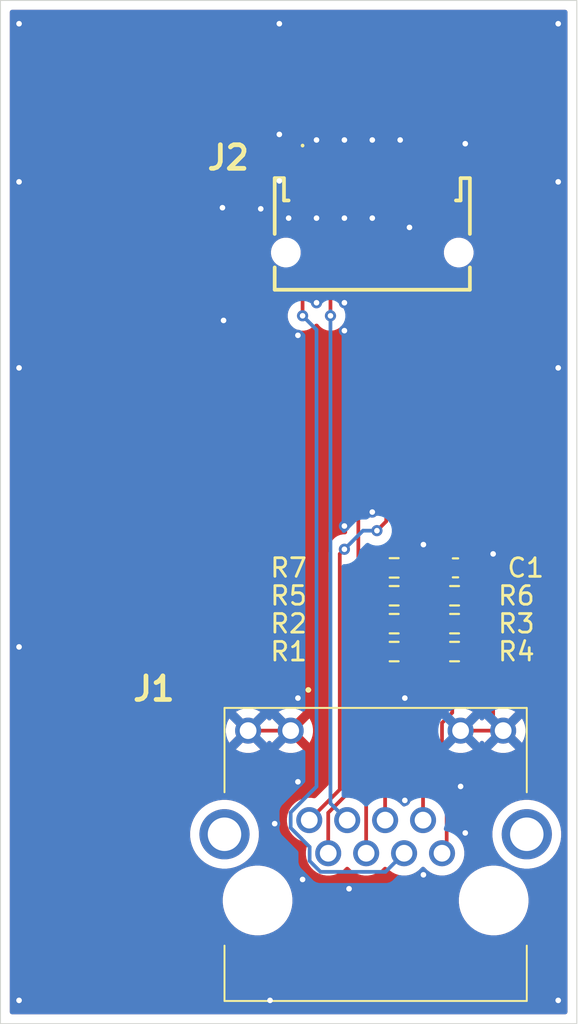
<source format=kicad_pcb>
(kicad_pcb (version 20241229) (generator "pcbnew") (generator_version "9.0")
  (layers (0 "F.Cu" signal) (2 "B.Cu" signal) (13 "F.Paste" user) (15 "B.Paste" user) (5 "F.SilkS" user "F.Silkscreen") (7 "B.SilkS" user "B.Silkscreen") (1 "F.Mask" user) (3 "B.Mask" user) (25 "Edge.Cuts" user))
  (net 0 "")
  (net 1 "Net-(C1-Pad1)")
  (net 2 "GND")
  (net 3 "Net-(J1-Pad3)")
  (net 5 "Net-(J1-Pad4)")
  (net 6 "Net-(J1-Pad8)")
  (net 7 "Net-(J1-Pad1)")
  (net 8 "Net-(J1-Pad7)")
  (net 10 "Net-(J1-Pad2)")
  (net 11 "Net-(J1-Pad6)")
  (net 12 "Net-(J1-Pad5)")
  (net 13 "/CMT")
  (net 14 "Net-(R1-Pad2)")
  (net 15 "Net-(R3-Pad2)")
  (footprint "Resistor_SMD:R_0603_1608Metric" (layer "F.Cu") (at 196.675 108.75 180)
    (property "Reference" "R2" (at 5.675 0 0) (layer "F.SilkS"))
    (property "Value" "51")
    (fp_line (start -0.237258 0.5225) (end 0.237258 0.5225) (stroke (width 0.12)) (layer "F.SilkS"))
    (fp_line (start -0.237258 -0.5225) (end 0.237258 -0.5225) (stroke (width 0.12)) (layer "F.SilkS"))
    (pad "1" smd roundrect (at -0.825 0 180) (size 0.8 0.95) (layers "F.Cu" "F.Mask" "F.Paste") (net 12 "Net-(J1-Pad5)"))
    (pad "2" smd roundrect (at 0.825 0 180) (size 0.8 0.95) (layers "F.Cu" "F.Mask" "F.Paste") (net 14 "Net-(R1-Pad2)"))
  )
  (footprint "Resistor_SMD:R_0603_1608Metric" (layer "F.Cu") (at 196.675 107.25)
    (property "Reference" "R5" (at -5.675 0 0) (layer "F.SilkS"))
    (property "Value" "51")
    (fp_line (start -0.237258 -0.5225) (end 0.237258 -0.5225) (stroke (width 0.12)) (layer "F.SilkS"))
    (fp_line (start -0.237258 0.5225) (end 0.237258 0.5225) (stroke (width 0.12)) (layer "F.SilkS"))
    (pad "1" smd roundrect (at -0.825 0) (size 0.8 0.95) (layers "F.Cu" "F.Mask" "F.Paste") (net 14 "Net-(R1-Pad2)"))
    (pad "2" smd roundrect (at 0.825 0) (size 0.8 0.95) (layers "F.Cu" "F.Mask" "F.Paste") (net 1 "Net-(C1-Pad1)"))
  )
  (footprint "Resistor_SMD:R_0603_1608Metric" (layer "F.Cu") (at 199.925 107.25 180)
    (property "Reference" "R6" (at -3.325 0 180) (layer "F.SilkS"))
    (property "Value" "51")
    (fp_line (start -0.237258 0.5225) (end 0.237258 0.5225) (stroke (width 0.12)) (layer "F.SilkS"))
    (fp_line (start -0.237258 -0.5225) (end 0.237258 -0.5225) (stroke (width 0.12)) (layer "F.SilkS"))
    (pad "1" smd roundrect (at -0.825 0 180) (size 0.8 0.95) (layers "F.Cu" "F.Mask" "F.Paste") (net 15 "Net-(R3-Pad2)"))
    (pad "2" smd roundrect (at 0.825 0 180) (size 0.8 0.95) (layers "F.Cu" "F.Mask" "F.Paste") (net 1 "Net-(C1-Pad1)"))
  )
  (footprint "Resistor_SMD:R_0603_1608Metric" (layer "F.Cu") (at 199.925 110.25)
    (property "Reference" "R3" (at 3.325 -1.5 0) (layer "F.SilkS"))
    (property "Value" "51")
    (fp_line (start -0.237258 -0.5225) (end 0.237258 -0.5225) (stroke (width 0.12)) (layer "F.SilkS"))
    (fp_line (start -0.237258 0.5225) (end 0.237258 0.5225) (stroke (width 0.12)) (layer "F.SilkS"))
    (pad "1" smd roundrect (at -0.825 0) (size 0.8 0.95) (layers "F.Cu" "F.Mask" "F.Paste") (net 8 "Net-(J1-Pad7)"))
    (pad "2" smd roundrect (at 0.825 0) (size 0.8 0.95) (layers "F.Cu" "F.Mask" "F.Paste") (net 15 "Net-(R3-Pad2)"))
  )
  (footprint "Resistor_SMD:R_0603_1608Metric" (layer "F.Cu") (at 196.675 110.25)
    (property "Reference" "R1" (at -5.675 0 0) (layer "F.SilkS"))
    (property "Value" "51")
    (fp_line (start -0.237258 -0.5225) (end 0.237258 -0.5225) (stroke (width 0.12)) (layer "F.SilkS"))
    (fp_line (start -0.237258 0.5225) (end 0.237258 0.5225) (stroke (width 0.12)) (layer "F.SilkS"))
    (pad "1" smd roundrect (at -0.825 0) (size 0.8 0.95) (layers "F.Cu" "F.Mask" "F.Paste") (net 5 "Net-(J1-Pad4)"))
    (pad "2" smd roundrect (at 0.825 0) (size 0.8 0.95) (layers "F.Cu" "F.Mask" "F.Paste") (net 14 "Net-(R1-Pad2)"))
  )
  (footprint "SamaSys_Parts:S6BZRSM2TFLFSN" (layer "F.Cu") (at 195.5 87.8 180)
    (property "Reference" "J2" (at 7.75 4.1 0) (layer "F.SilkS") (effects (font (size 1.27 1.27) (thickness 0.254))))
    (property "Value" "S6B-ZR-SM2-TF__LF__SN_" (hide yes))
    (fp_line (start 5.25 3) (end 5.25 0) (stroke (width 0.2)) (layer "F.SilkS"))
    (fp_line (start 5.25 -3) (end 5.25 -1.8) (stroke (width 0.2)) (layer "F.SilkS"))
    (fp_line (start 4.75 3) (end 5.25 3) (stroke (width 0.2)) (layer "F.SilkS"))
    (fp_line (start 4.75 1.8) (end 4.75 3) (stroke (width 0.2)) (layer "F.SilkS"))
    (fp_line (start 4.5 1.8) (end 4.75 1.8) (stroke (width 0.2)) (layer "F.SilkS"))
    (fp_line (start 3.75 4.8) (end 3.75 4.8) (stroke (width 0.1)) (layer "F.SilkS"))
    (fp_line (start 3.75 4.7) (end 3.75 4.7) (stroke (width 0.1)) (layer "F.SilkS"))
    (fp_line (start -4.5 1.8) (end -4.75 1.8) (stroke (width 0.2)) (layer "F.SilkS"))
    (fp_line (start -4.75 3) (end -5.25 3) (stroke (width 0.2)) (layer "F.SilkS"))
    (fp_line (start -4.75 1.8) (end -4.75 3) (stroke (width 0.2)) (layer "F.SilkS"))
    (fp_line (start -5.25 3) (end -5.25 0) (stroke (width 0.2)) (layer "F.SilkS"))
    (fp_line (start -5.25 -1.8) (end -5.25 -3) (stroke (width 0.2)) (layer "F.SilkS"))
    (fp_line (start -5.25 -3) (end 5.25 -3) (stroke (width 0.2)) (layer "F.SilkS"))
    (fp_arc (start 3.75 4.8) (mid 3.7 4.75) (end 3.75 4.7) (stroke (width 0.1)) (layer "F.SilkS"))
    (fp_arc (start 3.75 4.7) (mid 3.8 4.75) (end 3.75 4.8) (stroke (width 0.1)) (layer "F.SilkS"))
    (pad "" np_thru_hole circle (at -4.65 -1 180) (size 1.1 1.1) (drill 1.1) (layers "*.Cu" "*.Mask"))
    (pad "" np_thru_hole circle (at 4.65 -1 180) (size 1.1 1.1) (drill 1.1) (layers "*.Cu" "*.Mask"))
    (pad "1" smd rect (at 3.75 2.85 180) (size 0.7 2.7) (layers "F.Cu" "F.Mask" "F.Paste") (net 11 "Net-(J1-Pad6)"))
    (pad "2" smd rect (at 2.25 2.85 180) (size 0.7 2.7) (layers "F.Cu" "F.Mask" "F.Paste") (net 3 "Net-(J1-Pad3)"))
    (pad "3" smd rect (at 0.75 2.85 180) (size 0.7 2.7) (layers "F.Cu" "F.Mask" "F.Paste") (net 10 "Net-(J1-Pad2)"))
    (pad "4" smd rect (at -0.75 2.85 180) (size 0.7 2.7) (layers "F.Cu" "F.Mask" "F.Paste") (net 7 "Net-(J1-Pad1)"))
    (pad "5" smd rect (at -2.25 2.85 180) (size 0.7 2.7) (layers "F.Cu" "F.Mask" "F.Paste") (net 13 "/CMT"))
    (pad "6" smd rect (at -3.75 2.85 180) (size 0.7 2.7) (layers "F.Cu" "F.Mask" "F.Paste") (net 2 "GND"))
  )
  (footprint "Resistor_SMD:R_0603_1608Metric" (layer "F.Cu") (at 199.925 108.75)
    (property "Reference" "R4" (at 3.325 1.5 0) (layer "F.SilkS"))
    (property "Value" "51")
    (fp_line (start -0.237258 -0.5225) (end 0.237258 -0.5225) (stroke (width 0.12)) (layer "F.SilkS"))
    (fp_line (start -0.237258 0.5225) (end 0.237258 0.5225) (stroke (width 0.12)) (layer "F.SilkS"))
    (pad "1" smd roundrect (at -0.825 0) (size 0.8 0.95) (layers "F.Cu" "F.Mask" "F.Paste") (net 6 "Net-(J1-Pad8)"))
    (pad "2" smd roundrect (at 0.825 0) (size 0.8 0.95) (layers "F.Cu" "F.Mask" "F.Paste") (net 15 "Net-(R3-Pad2)"))
  )
  (footprint "SamaSys_Parts:RJ45B11" (layer "F.Cu") (at 192.11 119.31)
    (property "Reference" "J1" (at -8.36 -7.06 0) (layer "F.SilkS") (effects (font (size 1.27 1.27) (thickness 0.254))))
    (property "Value" "RJ45-B-1_1" (hide yes))
    (fp_line (start -4.56 -6.03) (end -4.56 -6.03) (stroke (width 0.1)) (layer "F.SilkS"))
    (fp_line (start -4.56 -6.03) (end -4.56 -6.03) (stroke (width 0.1)) (layer "F.SilkS"))
    (fp_line (start -4.56 -6.03) (end -4.56 -1.5) (stroke (width 0.1)) (layer "F.SilkS"))
    (fp_line (start -4.56 -6.03) (end 11.7 -6.03) (stroke (width 0.1)) (layer "F.SilkS"))
    (fp_line (start -4.56 -1.5) (end -4.56 -6.03) (stroke (width 0.1)) (layer "F.SilkS"))
    (fp_line (start -4.56 -1.5) (end -4.56 -1.5) (stroke (width 0.1)) (layer "F.SilkS"))
    (fp_line (start -4.56 6.75) (end -4.56 6.75) (stroke (width 0.1)) (layer "F.SilkS"))
    (fp_line (start -4.56 6.75) (end -4.56 9.72) (stroke (width 0.1)) (layer "F.SilkS"))
    (fp_line (start -4.56 9.72) (end -4.56 6.75) (stroke (width 0.1)) (layer "F.SilkS"))
    (fp_line (start -4.56 9.72) (end -4.56 9.72) (stroke (width 0.1)) (layer "F.SilkS"))
    (fp_line (start -4.56 9.72) (end -4.56 9.72) (stroke (width 0.1)) (layer "F.SilkS"))
    (fp_line (start -4.56 9.72) (end 11.7 9.72) (stroke (width 0.1)) (layer "F.SilkS"))
    (fp_line (start -0.1 -7) (end -0.1 -7) (stroke (width 0.2)) (layer "F.SilkS"))
    (fp_line (start -0.1 -7) (end -0.1 -7) (stroke (width 0.2)) (layer "F.SilkS"))
    (fp_line (start 0 -7) (end 0 -7) (stroke (width 0.2)) (layer "F.SilkS"))
    (fp_line (start 11.7 -6.03) (end -4.56 -6.03) (stroke (width 0.1)) (layer "F.SilkS"))
    (fp_line (start 11.7 -6.03) (end 11.7 -6.03) (stroke (width 0.1)) (layer "F.SilkS"))
    (fp_line (start 11.7 -6.03) (end 11.7 -6.03) (stroke (width 0.1)) (layer "F.SilkS"))
    (fp_line (start 11.7 -6.03) (end 11.7 -1.5) (stroke (width 0.1)) (layer "F.SilkS"))
    (fp_line (start 11.7 -1.5) (end 11.7 -6.03) (stroke (width 0.1)) (layer "F.SilkS"))
    (fp_line (start 11.7 -1.5) (end 11.7 -1.5) (stroke (width 0.1)) (layer "F.SilkS"))
    (fp_line (start 11.7 6.75) (end 11.7 6.75) (stroke (width 0.1)) (layer "F.SilkS"))
    (fp_line (start 11.7 6.75) (end 11.7 9.72) (stroke (width 0.1)) (layer "F.SilkS"))
    (fp_line (start 11.7 9.72) (end -4.56 9.72) (stroke (width 0.1)) (layer "F.SilkS"))
    (fp_line (start 11.7 9.72) (end 11.7 6.75) (stroke (width 0.1)) (layer "F.SilkS"))
    (fp_line (start 11.7 9.72) (end 11.7 9.72) (stroke (width 0.1)) (layer "F.SilkS"))
    (fp_line (start 11.7 9.72) (end 11.7 9.72) (stroke (width 0.1)) (layer "F.SilkS"))
    (fp_arc (start -0.1 -7) (mid -0.05 -7.05) (end 0 -7) (stroke (width 0.2)) (layer "F.SilkS"))
    (fp_arc (start 0 -7) (mid -0.05 -6.95) (end -0.1 -7) (stroke (width 0.2)) (layer "F.SilkS"))
    (fp_arc (start 0 -7) (mid -0.05 -6.95) (end -0.1 -7) (stroke (width 0.2)) (layer "F.SilkS"))
    (pad "" np_thru_hole circle (at -2.78 4.32) (size 3.25 3.25) (drill 3.25) (layers "*.Cu" "*.Mask"))
    (pad "" np_thru_hole circle (at 9.92 4.32) (size 3.25 3.25) (drill 3.25) (layers "*.Cu" "*.Mask"))
    (pad "1" thru_hole circle (at 0 0) (size 1.4 1.4) (drill 0.9) (layers "*.Cu" "*.Mask") (net 7 "Net-(J1-Pad1)"))
    (pad "2" thru_hole circle (at 1.02 1.78) (size 1.4 1.4) (drill 0.9) (layers "*.Cu" "*.Mask") (net 10 "Net-(J1-Pad2)"))
    (pad "3" thru_hole circle (at 2.04 0) (size 1.4 1.4) (drill 0.9) (layers "*.Cu" "*.Mask") (net 3 "Net-(J1-Pad3)"))
    (pad "4" thru_hole circle (at 3.06 1.78) (size 1.4 1.4) (drill 0.9) (layers "*.Cu" "*.Mask") (net 5 "Net-(J1-Pad4)"))
    (pad "5" thru_hole circle (at 4.08 0) (size 1.4 1.4) (drill 0.9) (layers "*.Cu" "*.Mask") (net 12 "Net-(J1-Pad5)"))
    (pad "6" thru_hole circle (at 5.1 1.78) (size 1.4 1.4) (drill 0.9) (layers "*.Cu" "*.Mask") (net 11 "Net-(J1-Pad6)"))
    (pad "7" thru_hole circle (at 6.12 0) (size 1.4 1.4) (drill 0.9) (layers "*.Cu" "*.Mask") (net 8 "Net-(J1-Pad7)"))
    (pad "8" thru_hole circle (at 7.14 1.78) (size 1.4 1.4) (drill 0.9) (layers "*.Cu" "*.Mask") (net 6 "Net-(J1-Pad8)"))
    (pad "9" thru_hole circle (at -3.29 -4.81) (size 1.4 1.4) (drill 0.9) (layers "*.Cu" "*.Mask") (net 2 "GND"))
    (pad "10" thru_hole circle (at -1 -4.81) (size 1.4 1.4) (drill 0.9) (layers "*.Cu" "*.Mask") (net 2 "GND"))
    (pad "11" thru_hole circle (at 8.14 -4.81) (size 1.4 1.4) (drill 0.9) (layers "*.Cu" "*.Mask") (net 2 "GND"))
    (pad "12" thru_hole circle (at 10.43 -4.81) (size 1.4 1.4) (drill 0.9) (layers "*.Cu" "*.Mask") (net 2 "GND"))
    (pad "MH1" thru_hole circle (at -4.56 0.76) (size 2.7 2.7) (drill 1.8) (layers "*.Cu" "*.Mask"))
    (pad "MH2" thru_hole circle (at 11.7 0.76) (size 2.7 2.7) (drill 1.8) (layers "*.Cu" "*.Mask"))
  )
  (footprint "Resistor_SMD:R_0603_1608Metric" (layer "F.Cu") (at 196.675 105.75 180)
    (property "Reference" "R7" (at 5.675 0 0) (layer "F.SilkS"))
    (property "Value" "75")
    (fp_line (start -0.237258 0.5225) (end 0.237258 0.5225) (stroke (width 0.12)) (layer "F.SilkS"))
    (fp_line (start -0.237258 -0.5225) (end 0.237258 -0.5225) (stroke (width 0.12)) (layer "F.SilkS"))
    (pad "1" smd roundrect (at -0.825 0 180) (size 0.8 0.95) (layers "F.Cu" "F.Mask" "F.Paste") (net 1 "Net-(C1-Pad1)"))
    (pad "2" smd roundrect (at 0.825 0 180) (size 0.8 0.95) (layers "F.Cu" "F.Mask" "F.Paste") (net 13 "/CMT"))
  )
  (footprint "Capacitor_SMD:C_0603_1608Metric" (layer "F.Cu") (at 199.975 105.75 180)
    (property "Reference" "C1" (at -3.775 0 0) (layer "F.SilkS"))
    (property "Value" "1000pF")
    (fp_line (start -0.14058 0.51) (end 0.14058 0.51) (stroke (width 0.12)) (layer "F.SilkS"))
    (fp_line (start -0.14058 -0.51) (end 0.14058 -0.51) (stroke (width 0.12)) (layer "F.SilkS"))
    (pad "1" smd roundrect (at -0.775 0 180) (size 0.9 0.95) (layers "F.Cu" "F.Mask" "F.Paste") (net 1 "Net-(C1-Pad1)"))
    (pad "2" smd roundrect (at 0.775 0 180) (size 0.9 0.95) (layers "F.Cu" "F.Mask" "F.Paste") (net 2 "GND"))
  )
  (gr_rect (start 175.5 75.25) (end 206.5 130.25) (stroke (width 0.05)) (fill no) (layer "Edge.Cuts"))
  (segment (start 200.75 105.75) (end 199.25 107.25) (width 0.2) (layer "F.Cu") (net 1))
  (segment (start 199.25 107.25) (end 199.1 107.25) (width 0.2) (layer "F.Cu") (net 1))
  (segment (start 197.5 105.75) (end 197.5 107.25) (width 0.2) (layer "F.Cu") (net 1))
  (segment (start 199.1 107.25) (end 197.5 107.25) (width 0.2) (layer "F.Cu") (net 1))
  (segment (start 188.82 114.5) (end 191.11 114.5) (width 0.2) (layer "F.Cu") (net 2))
  (segment (start 199.25 84.95) (end 199.25 83.95) (width 0.2) (layer "F.Cu") (net 2))
  (segment (start 201 104.75) (end 199.2 104.75) (width 0.2) (layer "F.Cu") (net 2))
  (segment (start 199.2 104.75) (end 199.2 105.75) (width 0.2) (layer "F.Cu") (net 2))
  (segment (start 202 113.96) (end 202 105.75) (width 0.2) (layer "F.Cu") (net 2))
  (segment (start 199.2 87.8) (end 199.2 104.75) (width 0.2) (layer "F.Cu") (net 2))
  (segment (start 200.25 114.5) (end 202.54 114.5) (width 0.2) (layer "F.Cu") (net 2))
  (segment (start 202.54 114.5) (end 202 113.96) (width 0.2) (layer "F.Cu") (net 2))
  (segment (start 199.25 85.2) (end 199.2 85.25) (width 0.2) (layer "F.Cu") (net 2))
  (segment (start 202 105.75) (end 201 104.75) (width 0.2) (layer "F.Cu") (net 2))
  (segment (start 199.25 84.95) (end 199.25 85.2) (width 0.2) (layer "F.Cu") (net 2))
  (via (at 190.5 84.95) (size 0.6) (drill 0.3) (layers "F.Cu" "B.Cu") (net 2))
  (via (at 191.5 117.25) (size 0.6) (drill 0.3) (layers "F.Cu" "B.Cu") (net 2))
  (via (at 194 103.5) (size 0.6) (drill 0.3) (layers "F.Cu" "B.Cu") (net 2))
  (via (at 194 86.95) (size 0.6) (drill 0.3) (layers "F.Cu" "B.Cu") (net 2))
  (via (at 176.5 95) (size 0.6) (drill 0.3) (layers "F.Cu" "B.Cu") (net 2))
  (via (at 194 93) (size 0.6) (drill 0.3) (layers "F.Cu" "B.Cu") (net 2))
  (via (at 187.44045 86.39045) (size 0.6) (drill 0.3) (layers "F.Cu" "B.Cu") (net 2))
  (via (at 176.5 85) (size 0.6) (drill 0.3) (layers "F.Cu" "B.Cu") (net 2))
  (via (at 191 86.95) (size 0.6) (drill 0.3) (layers "F.Cu" "B.Cu") (net 2))
  (via (at 205.5 76.5) (size 0.6) (drill 0.3) (layers "F.Cu" "B.Cu") (net 2))
  (via (at 190 129) (size 0.6) (drill 0.3) (layers "F.Cu" "B.Cu") (net 2))
  (via (at 192.5 91.5) (size 0.6) (drill 0.3) (layers "F.Cu" "B.Cu") (net 2))
  (via (at 197 82.75) (size 0.6) (drill 0.3) (layers "F.Cu" "B.Cu") (net 2))
  (via (at 189.5 86.45) (size 0.6) (drill 0.3) (layers "F.Cu" "B.Cu") (net 2))
  (via (at 205.5 129) (size 0.6) (drill 0.3) (layers "F.Cu" "B.Cu") (net 2))
  (via (at 202 105) (size 0.6) (drill 0.3) (layers "F.Cu" "B.Cu") (net 2))
  (via (at 190.25 119.5) (size 0.6) (drill 0.3) (layers "F.Cu" "B.Cu") (net 2))
  (via (at 187.5 92.45) (size 0.6) (drill 0.3) (layers "F.Cu" "B.Cu") (net 2))
  (via (at 197.25 118.25) (size 0.6) (drill 0.3) (layers "F.Cu" "B.Cu") (net 2))
  (via (at 194 91.5) (size 0.6) (drill 0.3) (layers "F.Cu" "B.Cu") (net 2))
  (via (at 194.25 123) (size 0.6) (drill 0.3) (layers "F.Cu" "B.Cu") (net 2))
  (via (at 197.5 87.45) (size 0.6) (drill 0.3) (layers "F.Cu" "B.Cu") (net 2))
  (via (at 200.5 120) (size 0.6) (drill 0.3) (layers "F.Cu" "B.Cu") (net 2))
  (via (at 195.5 86.95) (size 0.6) (drill 0.3) (layers "F.Cu" "B.Cu") (net 2))
  (via (at 195.5 82.75) (size 0.6) (drill 0.3) (layers "F.Cu" "B.Cu") (net 2))
  (via (at 176.5 110) (size 0.6) (drill 0.3) (layers "F.Cu" "B.Cu") (net 2))
  (via (at 194 82.75) (size 0.6) (drill 0.3) (layers "F.Cu" "B.Cu") (net 2))
  (via (at 200.5 82.95) (size 0.6) (drill 0.3) (layers "F.Cu" "B.Cu") (net 2))
  (via (at 190.5 76.5) (size 0.6) (drill 0.3) (layers "F.Cu" "B.Cu") (net 2))
  (via (at 190.5 82.45) (size 0.6) (drill 0.3) (layers "F.Cu" "B.Cu") (net 2))
  (via (at 191.5 93.25) (size 0.6) (drill 0.3) (layers "F.Cu" "B.Cu") (net 2))
  (via (at 176.5 76.5) (size 0.6) (drill 0.3) (layers "F.Cu" "B.Cu") (net 2))
  (via (at 176.5 129) (size 0.6) (drill 0.3) (layers "F.Cu" "B.Cu") (net 2))
  (via (at 198.25 122.25) (size 0.6) (drill 0.3) (layers "F.Cu" "B.Cu") (net 2))
  (via (at 195.5 102.75) (size 0.6) (drill 0.3) (layers "F.Cu" "B.Cu") (net 2))
  (via (at 205.5 85) (size 0.6) (drill 0.3) (layers "F.Cu" "B.Cu") (net 2))
  (via (at 191.5 112.75) (size 0.6) (drill 0.3) (layers "F.Cu" "B.Cu") (net 2))
  (via (at 191.75 122.5) (size 0.6) (drill 0.3) (layers "F.Cu" "B.Cu") (net 2))
  (via (at 200.25 117.5) (size 0.6) (drill 0.3) (layers "F.Cu" "B.Cu") (net 2))
  (via (at 198.25 104.5) (size 0.6) (drill 0.3) (layers "F.Cu" "B.Cu") (net 2))
  (via (at 192.5 86.95) (size 0.6) (drill 0.3) (layers "F.Cu" "B.Cu") (net 2))
  (via (at 197.25 112.75) (size 0.6) (drill 0.3) (layers "F.Cu" "B.Cu") (net 2))
  (via (at 192.5 82.75) (size 0.6) (drill 0.3) (layers "F.Cu" "B.Cu") (net 2))
  (via (at 205.5 95) (size 0.6) (drill 0.3) (layers "F.Cu" "B.Cu") (net 2))
  (segment (start 193.25 84.95) (end 193.25 91.95) (width 0.2) (layer "F.Cu") (net 3))
  (via (at 193.25 92.2) (size 0.6) (drill 0.3) (layers "F.Cu" "B.Cu") (net 3))
  (segment (start 193.25 92.2) (end 193.25 91.95) (width 0.2) (layer "B.Cu") (net 3))
  (segment (start 193.25 92.2) (end 193.25 118.41) (width 0.2) (layer "B.Cu") (net 3))
  (segment (start 193.25 118.41) (end 194.15 119.31) (width 0.2) (layer "B.Cu") (net 3))
  (segment (start 195.85 110.25) (end 195.17 110.93) (width 0.2) (layer "F.Cu") (net 5))
  (segment (start 195.17 110.93) (end 195.17 121.09) (width 0.2) (layer "F.Cu") (net 5))
  (segment (start 199.801 113.533372) (end 199.25 114.084372) (width 0.2) (layer "F.Cu") (net 6))
  (segment (start 199.801 109.451) (end 199.801 113.533372) (width 0.2) (layer "F.Cu") (net 6))
  (segment (start 199.1 108.75) (end 199.801 109.451) (width 0.2) (layer "F.Cu") (net 6))
  (segment (start 199.5 118.2729) (end 199.5 120.84) (width 0.2) (layer "F.Cu") (net 6))
  (segment (start 199.25 114.084372) (end 199.25 118.0229) (width 0.2) (layer "F.Cu") (net 6))
  (segment (start 199.5 120.84) (end 199.25 121.09) (width 0.2) (layer "F.Cu") (net 6))
  (segment (start 199.25 118.0229) (end 199.5 118.2729) (width 0.2) (layer "F.Cu") (net 6))
  (segment (start 196.25 92.25) (end 196.25 103.25) (width 0.2) (layer "F.Cu") (net 7))
  (segment (start 193.75 117.67) (end 192.11 119.31) (width 0.2) (layer "F.Cu") (net 7))
  (segment (start 193.75 105) (end 193.75 117.67) (width 0.2) (layer "F.Cu") (net 7))
  (segment (start 196.25 103.25) (end 195.75 103.75) (width 0.2) (layer "F.Cu") (net 7))
  (segment (start 194 104.75) (end 193.75 105) (width 0.2) (layer "F.Cu") (net 7))
  (segment (start 196.25 84.95) (end 196.25 92.25) (width 0.2) (layer "F.Cu") (net 7))
  (via (at 195.75 103.75) (size 0.6) (drill 0.3) (layers "F.Cu" "B.Cu") (net 7))
  (via (at 194 104.75) (size 0.6) (drill 0.3) (layers "F.Cu" "B.Cu") (net 7))
  (segment (start 194 104.75) (end 195 103.75) (width 0.2) (layer "B.Cu") (net 7))
  (segment (start 195 103.75) (end 195.75 103.75) (width 0.2) (layer "B.Cu") (net 7))
  (segment (start 199.1 110.25) (end 199.1 110.725) (width 0.2) (layer "F.Cu") (net 8))
  (segment (start 198.23 111.595) (end 198.23 119.31) (width 0.2) (layer "F.Cu") (net 8))
  (segment (start 199.1 110.725) (end 198.23 111.595) (width 0.2) (layer "F.Cu") (net 8))
  (segment (start 194.75 117.294372) (end 193.13 118.914372) (width 0.2) (layer "F.Cu") (net 10))
  (segment (start 194.75 84.95) (end 194.75 117.294372) (width 0.2) (layer "F.Cu") (net 10))
  (segment (start 193.13 118.914372) (end 193.13 121.09) (width 0.2) (layer "F.Cu") (net 10))
  (segment (start 191.75 92.2) (end 191.75 84.95) (width 0.2) (layer "F.Cu") (net 11))
  (via (at 191.75 92.2) (size 0.6) (drill 0.3) (layers "F.Cu" "B.Cu") (net 11))
  (segment (start 191.695372 120.316372) (end 192.129 120.75) (width 0.2) (layer "B.Cu") (net 11))
  (segment (start 196.209 122.091) (end 197.21 121.09) (width 0.2) (layer "B.Cu") (net 11))
  (segment (start 191.695372 120.311) (end 191.695372 120.316372) (width 0.2) (layer "B.Cu") (net 11))
  (segment (start 192.129 121.504628) (end 192.715372 122.091) (width 0.2) (layer "B.Cu") (net 11))
  (segment (start 191.109 118.895372) (end 191.109 119.724628) (width 0.2) (layer "B.Cu") (net 11))
  (segment (start 192.715372 122.091) (end 196.209 122.091) (width 0.2) (layer "B.Cu") (net 11))
  (segment (start 192.129 120.75) (end 192.129 121.504628) (width 0.2) (layer "B.Cu") (net 11))
  (segment (start 192.5 117.504372) (end 191.109 118.895372) (width 0.2) (layer "B.Cu") (net 11))
  (segment (start 191.109 119.724628) (end 191.695372 120.311) (width 0.2) (layer "B.Cu") (net 11))
  (segment (start 192.5 92.95) (end 192.5 117.504372) (width 0.2) (layer "B.Cu") (net 11))
  (segment (start 191.75 92.2) (end 192.5 92.95) (width 0.2) (layer "B.Cu") (net 11))
  (segment (start 198.201 109.451) (end 198.201 110.799) (width 0.2) (layer "F.Cu") (net 12))
  (segment (start 197.5 108.75) (end 198.201 109.451) (width 0.2) (layer "F.Cu") (net 12))
  (segment (start 198.201 110.799) (end 196.19 112.81) (width 0.2) (layer "F.Cu") (net 12))
  (segment (start 196.19 112.81) (end 196.19 119.31) (width 0.2) (layer "F.Cu") (net 12))
  (segment (start 196.899 104.701) (end 195.85 105.75) (width 0.2) (layer "F.Cu") (net 13))
  (segment (start 196.899 87.051) (end 196.899 104.701) (width 0.2) (layer "F.Cu") (net 13))
  (segment (start 197.75 83.95) (end 197.75 84.95) (width 0.2) (layer "F.Cu") (net 13))
  (segment (start 197.75 84.95) (end 197.75 86.2) (width 0.2) (layer "F.Cu") (net 13))
  (segment (start 197.75 86.2) (end 196.899 87.051) (width 0.2) (layer "F.Cu") (net 13))
  (segment (start 195.85 108.75) (end 196 108.75) (width 0.2) (layer "F.Cu") (net 14))
  (segment (start 195.85 107.25) (end 195.85 108.75) (width 0.2) (layer "F.Cu") (net 14))
  (segment (start 196 108.75) (end 197.5 110.25) (width 0.2) (layer "F.Cu") (net 14))
  (segment (start 200.75 110.25) (end 200.75 107.25) (width 0.2) (layer "F.Cu") (net 15))
  (zone (net 2) (net_name "GND") (layers "F.Cu" "B.Cu") (name "GND") (connect_pads (clearance 0.5)) (min_thickness 0.25) (fill yes (thermal_gap 0.5) (thermal_bridge_width 0.5))
    (polygon (pts (xy 175.5 75.25) (xy 206.5 75.25) (xy 206.5 130.25) (xy 175.5 130.25)))
  )
)
</source>
